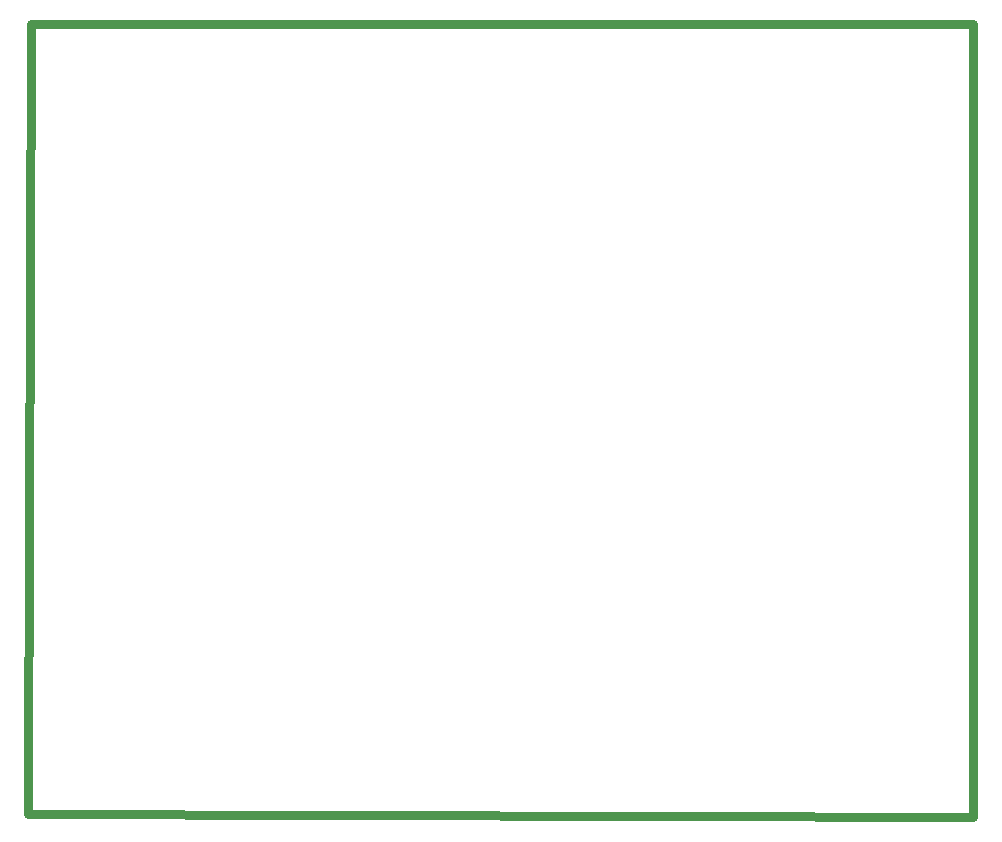
<source format=gko>
G04 Layer: BoardOutline*
G04 EasyEDA v6.3.53, 2020-06-25T17:48:37+01:00*
G04 4783db3a652f4b8084220859a28b68e3,923baca5ebdd4fbabfdc1fadd1ffc098,10*
G04 Gerber Generator version 0.2*
G04 Scale: 100 percent, Rotated: No, Reflected: No *
G04 Dimensions in inches *
G04 leading zeros omitted , absolute positions ,2 integer and 4 decimal *
%FSLAX24Y24*%
%MOIN*%
G90*
G70D02*

%ADD10C,0.030000*%
G54D10*
G01X100Y26450D02*
G01X31500Y26450D01*
G01X31500Y0D01*
G01X0Y100D01*
G01X0Y1100D01*
G01X100Y26450D01*

%LPD*%
M00*
M02*

</source>
